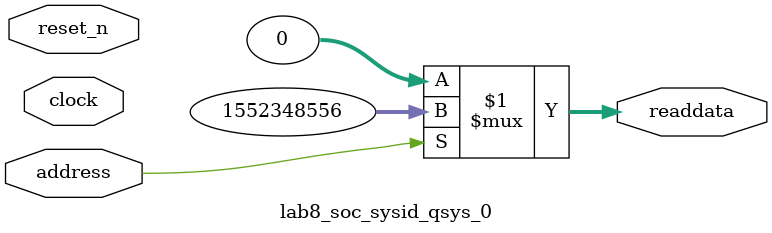
<source format=v>



// synthesis translate_off
`timescale 1ns / 1ps
// synthesis translate_on

// turn off superfluous verilog processor warnings 
// altera message_level Level1 
// altera message_off 10034 10035 10036 10037 10230 10240 10030 

module lab8_soc_sysid_qsys_0 (
               // inputs:
                address,
                clock,
                reset_n,

               // outputs:
                readdata
             )
;

  output  [ 31: 0] readdata;
  input            address;
  input            clock;
  input            reset_n;

  wire    [ 31: 0] readdata;
  //control_slave, which is an e_avalon_slave
  assign readdata = address ? 1552348556 : 0;

endmodule



</source>
